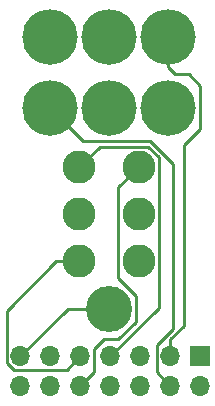
<source format=gbr>
G04 #@! TF.GenerationSoftware,KiCad,Pcbnew,(5.0.0)*
G04 #@! TF.CreationDate,2018-10-02T14:41:49-05:00*
G04 #@! TF.ProjectId,PotBreakout,506F74427265616B6F75742E6B696361,1*
G04 #@! TF.SameCoordinates,Original*
G04 #@! TF.FileFunction,Copper,L1,Top,Signal*
G04 #@! TF.FilePolarity,Positive*
%FSLAX46Y46*%
G04 Gerber Fmt 4.6, Leading zero omitted, Abs format (unit mm)*
G04 Created by KiCad (PCBNEW (5.0.0)) date 10/02/18 14:41:49*
%MOMM*%
%LPD*%
G01*
G04 APERTURE LIST*
G04 #@! TA.AperFunction,ComponentPad*
%ADD10C,2.800000*%
G04 #@! TD*
G04 #@! TA.AperFunction,ComponentPad*
%ADD11C,4.700000*%
G04 #@! TD*
G04 #@! TA.AperFunction,ComponentPad*
%ADD12C,3.900000*%
G04 #@! TD*
G04 #@! TA.AperFunction,ComponentPad*
%ADD13R,1.700000X1.700000*%
G04 #@! TD*
G04 #@! TA.AperFunction,ComponentPad*
%ADD14O,1.700000X1.700000*%
G04 #@! TD*
G04 #@! TA.AperFunction,Conductor*
%ADD15C,0.250000*%
G04 #@! TD*
G04 APERTURE END LIST*
D10*
G04 #@! TO.P,U1,7*
G04 #@! TO.N,DPDT1*
X148501100Y-97003600D03*
G04 #@! TO.P,U1,8*
G04 #@! TO.N,DPDT2*
X148501100Y-101003600D03*
G04 #@! TO.P,U1,9*
G04 #@! TO.N,DPDT3*
X148501100Y-105003600D03*
G04 #@! TO.P,U1,10*
G04 #@! TO.N,DPDT4*
X153501100Y-97003600D03*
G04 #@! TO.P,U1,11*
G04 #@! TO.N,DPDT5*
X153501100Y-101003600D03*
G04 #@! TO.P,U1,12*
G04 #@! TO.N,DPDT6*
X153501100Y-105003600D03*
D11*
G04 #@! TO.P,U1,4*
G04 #@! TO.N,GANG21*
X146001100Y-92003600D03*
G04 #@! TO.P,U1,1*
G04 #@! TO.N,GANG11*
X146001100Y-86003600D03*
G04 #@! TO.P,U1,3*
G04 #@! TO.N,GANG13*
X156001100Y-86003600D03*
G04 #@! TO.P,U1,5*
G04 #@! TO.N,WIPE2*
X151001100Y-92003600D03*
G04 #@! TO.P,U1,6*
G04 #@! TO.N,GANG23*
X156001100Y-92003600D03*
G04 #@! TO.P,U1,2*
G04 #@! TO.N,WIPE1*
X151001100Y-86003600D03*
D12*
G04 #@! TO.P,U1,13*
G04 #@! TO.N,GND*
X151001100Y-109003600D03*
G04 #@! TD*
D13*
G04 #@! TO.P,J1,1*
G04 #@! TO.N,GANG11*
X158750000Y-113030000D03*
D14*
G04 #@! TO.P,J1,2*
G04 #@! TO.N,WIPE1*
X158750000Y-115570000D03*
G04 #@! TO.P,J1,3*
G04 #@! TO.N,GANG13*
X156210000Y-113030000D03*
G04 #@! TO.P,J1,4*
G04 #@! TO.N,GANG21*
X156210000Y-115570000D03*
G04 #@! TO.P,J1,5*
G04 #@! TO.N,WIPE2*
X153670000Y-113030000D03*
G04 #@! TO.P,J1,6*
G04 #@! TO.N,GANG23*
X153670000Y-115570000D03*
G04 #@! TO.P,J1,7*
G04 #@! TO.N,DPDT1*
X151130000Y-113030000D03*
G04 #@! TO.P,J1,8*
G04 #@! TO.N,DPDT2*
X151130000Y-115570000D03*
G04 #@! TO.P,J1,9*
G04 #@! TO.N,DPDT3*
X148590000Y-113030000D03*
G04 #@! TO.P,J1,10*
G04 #@! TO.N,DPDT4*
X148590000Y-115570000D03*
G04 #@! TO.P,J1,11*
G04 #@! TO.N,DPDT5*
X146050000Y-113030000D03*
G04 #@! TO.P,J1,12*
G04 #@! TO.N,DPDT6*
X146050000Y-115570000D03*
G04 #@! TO.P,J1,13*
G04 #@! TO.N,GND*
X143510000Y-113030000D03*
G04 #@! TO.P,J1,14*
G04 #@! TO.N,Net-(J1-Pad14)*
X143510000Y-115570000D03*
G04 #@! TD*
D15*
G04 #@! TO.N,GANG13*
X156210000Y-111573919D02*
X156210000Y-112776000D01*
X157353000Y-110430919D02*
X156210000Y-111573919D01*
X156001100Y-86003600D02*
X156001100Y-88564100D01*
X156591000Y-89154000D02*
X157737101Y-89154000D01*
X156001100Y-88564100D02*
X156591000Y-89154000D01*
X158705990Y-90122889D02*
X157737101Y-89154000D01*
X158705990Y-93770010D02*
X158705990Y-90122889D01*
X157353000Y-95123000D02*
X158705990Y-93770010D01*
X157353000Y-95123000D02*
X157353000Y-110430919D01*
G04 #@! TO.N,GANG21*
X155034999Y-112112510D02*
X155034999Y-114140999D01*
X156210000Y-115570000D02*
X155034999Y-114394999D01*
X155034999Y-114394999D02*
X155034999Y-112112510D01*
X155034999Y-112112510D02*
X156464000Y-110683509D01*
X156464000Y-110683509D02*
X156464000Y-96777088D01*
X156464000Y-96777088D02*
X154515502Y-94828590D01*
X148826089Y-94828589D02*
X146001100Y-92003600D01*
X154515502Y-94828590D02*
X148826089Y-94828589D01*
G04 #@! TO.N,DPDT1*
X154329101Y-95278599D02*
X155226101Y-96175599D01*
X150226101Y-95278599D02*
X154329101Y-95278599D01*
X148501100Y-97003600D02*
X150226101Y-95278599D01*
X155226101Y-108933899D02*
X155226101Y-108331000D01*
X151130000Y-113030000D02*
X155226101Y-108933899D01*
X155226101Y-96175599D02*
X155226101Y-108331000D01*
G04 #@! TO.N,DPDT3*
X146521202Y-105003600D02*
X148501100Y-105003600D01*
X142334999Y-109189803D02*
X146521202Y-105003600D01*
X142334999Y-113594001D02*
X142334999Y-109189803D01*
X142945999Y-114205001D02*
X142334999Y-113594001D01*
X147414999Y-114205001D02*
X142945999Y-114205001D01*
X148590000Y-113030000D02*
X147414999Y-114205001D01*
G04 #@! TO.N,DPDT4*
X149765001Y-112401997D02*
X149765001Y-114140999D01*
X151776099Y-98728601D02*
X153501100Y-97003600D01*
X151776099Y-106411597D02*
X151776099Y-98728601D01*
X153276101Y-107911599D02*
X151776099Y-106411597D01*
X148590000Y-115570000D02*
X149765001Y-114394999D01*
X149765001Y-114394999D02*
X149765001Y-112401997D01*
X149765001Y-112401997D02*
X150565999Y-111600999D01*
X150565999Y-111600999D02*
X151770703Y-111600999D01*
X151770703Y-111600999D02*
X153276101Y-110095601D01*
X153276101Y-110095601D02*
X153276101Y-107911599D01*
G04 #@! TO.N,GND*
X147536400Y-109003600D02*
X148209000Y-109003600D01*
X143510000Y-113030000D02*
X147536400Y-109003600D01*
X151001100Y-109003600D02*
X148209000Y-109003600D01*
G04 #@! TD*
M02*

</source>
